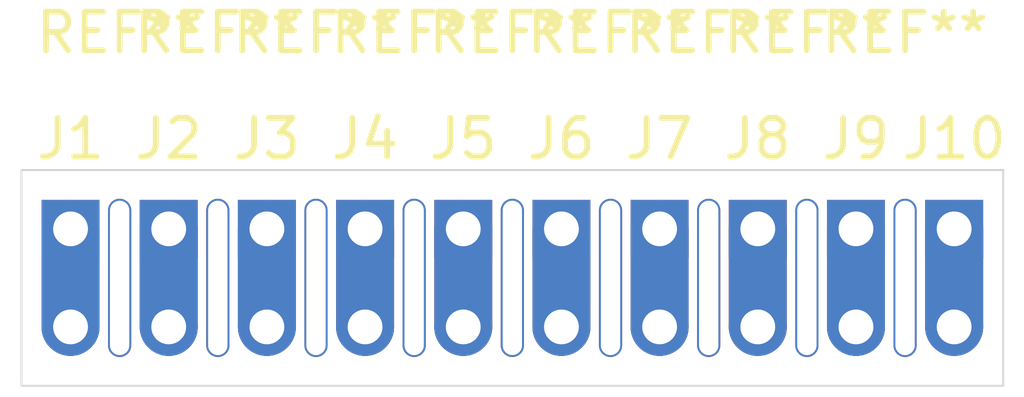
<source format=kicad_pcb>
(kicad_pcb (version 20171130) (host pcbnew "(5.1.6)-1")

  (general
    (thickness 1.6)
    (drawings 4)
    (tracks 20)
    (zones 0)
    (modules 19)
    (nets 11)
  )

  (page A4)
  (layers
    (0 F.Cu signal)
    (31 B.Cu signal)
    (32 B.Adhes user)
    (33 F.Adhes user)
    (34 B.Paste user)
    (35 F.Paste user)
    (36 B.SilkS user)
    (37 F.SilkS user)
    (38 B.Mask user)
    (39 F.Mask user)
    (40 Dwgs.User user)
    (41 Cmts.User user)
    (42 Eco1.User user)
    (43 Eco2.User user)
    (44 Edge.Cuts user)
    (45 Margin user)
    (46 B.CrtYd user)
    (47 F.CrtYd user)
    (48 B.Fab user)
    (49 F.Fab user hide)
  )

  (setup
    (last_trace_width 1.5)
    (user_trace_width 1.5)
    (trace_clearance 0.2)
    (zone_clearance 0.508)
    (zone_45_only no)
    (trace_min 0.2)
    (via_size 0.8)
    (via_drill 0.4)
    (via_min_size 0.4)
    (via_min_drill 0.3)
    (uvia_size 0.3)
    (uvia_drill 0.1)
    (uvias_allowed no)
    (uvia_min_size 0.2)
    (uvia_min_drill 0.1)
    (edge_width 0.05)
    (segment_width 0.2)
    (pcb_text_width 0.3)
    (pcb_text_size 1.5 1.5)
    (mod_edge_width 0.12)
    (mod_text_size 1 1)
    (mod_text_width 0.15)
    (pad_size 0.6 4.1)
    (pad_drill 0.5)
    (pad_to_mask_clearance 0.05)
    (aux_axis_origin 0 0)
    (visible_elements 7FFFFFFF)
    (pcbplotparams
      (layerselection 0x010fc_ffffffff)
      (usegerberextensions false)
      (usegerberattributes true)
      (usegerberadvancedattributes true)
      (creategerberjobfile true)
      (excludeedgelayer true)
      (linewidth 0.100000)
      (plotframeref false)
      (viasonmask false)
      (mode 1)
      (useauxorigin false)
      (hpglpennumber 1)
      (hpglpenspeed 20)
      (hpglpendiameter 15.000000)
      (psnegative false)
      (psa4output false)
      (plotreference true)
      (plotvalue true)
      (plotinvisibletext false)
      (padsonsilk false)
      (subtractmaskfromsilk false)
      (outputformat 1)
      (mirror false)
      (drillshape 1)
      (scaleselection 1)
      (outputdirectory ""))
  )

  (net 0 "")
  (net 1 "Net-(J1-Pad1)")
  (net 2 "Net-(J2-Pad1)")
  (net 3 "Net-(J3-Pad1)")
  (net 4 "Net-(J4-Pad1)")
  (net 5 "Net-(J5-Pad1)")
  (net 6 "Net-(J6-Pad1)")
  (net 7 "Net-(J7-Pad1)")
  (net 8 "Net-(J8-Pad1)")
  (net 9 "Net-(J9-Pad1)")
  (net 10 "Net-(J10-Pad1)")

  (net_class Default "This is the default net class."
    (clearance 0.2)
    (trace_width 0.25)
    (via_dia 0.8)
    (via_drill 0.4)
    (uvia_dia 0.3)
    (uvia_drill 0.1)
    (add_net "Net-(J1-Pad1)")
    (add_net "Net-(J10-Pad1)")
    (add_net "Net-(J2-Pad1)")
    (add_net "Net-(J3-Pad1)")
    (add_net "Net-(J4-Pad1)")
    (add_net "Net-(J5-Pad1)")
    (add_net "Net-(J6-Pad1)")
    (add_net "Net-(J7-Pad1)")
    (add_net "Net-(J8-Pad1)")
    (add_net "Net-(J9-Pad1)")
  )

  (module Connector_Wire:SolderWire-0.1sqmm_1x01_D0.4mm_OD1mm (layer F.Cu) (tedit 603C4B70) (tstamp 603CA921)
    (at 158.75 85.09)
    (descr "Soldered wire connection, for a single 0.1 mm² wire, basic insulation, conductor diameter 0.4mm, outer diameter 1mm, size source Multi-Contact FLEXI-E 0.1 (https://ec.staubli.com/AcroFiles/Catalogues/TM_Cab-Main-11014119_(en)_hi.pdf), bend radius 3 times outer diameter, generated with kicad-footprint-generator")
    (tags "connector wire 0.1sqmm")
    (attr virtual)
    (fp_text reference REF** (at 0 -6.35) (layer F.SilkS)
      (effects (font (size 1 1) (thickness 0.15)))
    )
    (fp_text value SolderWire-0.1sqmm_1x01_D0.4mm_OD1mm (at 0 2) (layer F.Fab)
      (effects (font (size 1 1) (thickness 0.15)))
    )
    (fp_line (start 1.3 -1.3) (end -1.3 -1.3) (layer F.CrtYd) (width 0.05))
    (fp_line (start 1.3 1.3) (end 1.3 -1.3) (layer F.CrtYd) (width 0.05))
    (fp_line (start -1.3 1.3) (end 1.3 1.3) (layer F.CrtYd) (width 0.05))
    (fp_line (start -1.3 -1.3) (end -1.3 1.3) (layer F.CrtYd) (width 0.05))
    (fp_circle (center 0 0) (end 0.5 0) (layer F.Fab) (width 0.1))
    (fp_text user %R (at 0 0) (layer F.Fab)
      (effects (font (size 0.25 0.25) (thickness 0.04)))
    )
    (pad 1 thru_hole oval (at 0 0) (size 0.6 4.1) (drill oval 0.5 4) (layers *.Cu *.Mask))
    (model ${KISYS3DMOD}/Connector_Wire.3dshapes/SolderWire-0.1sqmm_1x01_D0.4mm_OD1mm.wrl
      (at (xyz 0 0 0))
      (scale (xyz 1 1 1))
      (rotate (xyz 0 0 0))
    )
  )

  (module Connector_Wire:SolderWire-0.1sqmm_1x01_D0.4mm_OD1mm (layer F.Cu) (tedit 603C4B70) (tstamp 603CA90D)
    (at 156.21 85.09)
    (descr "Soldered wire connection, for a single 0.1 mm² wire, basic insulation, conductor diameter 0.4mm, outer diameter 1mm, size source Multi-Contact FLEXI-E 0.1 (https://ec.staubli.com/AcroFiles/Catalogues/TM_Cab-Main-11014119_(en)_hi.pdf), bend radius 3 times outer diameter, generated with kicad-footprint-generator")
    (tags "connector wire 0.1sqmm")
    (attr virtual)
    (fp_text reference REF** (at 0 -6.35) (layer F.SilkS)
      (effects (font (size 1 1) (thickness 0.15)))
    )
    (fp_text value SolderWire-0.1sqmm_1x01_D0.4mm_OD1mm (at 0 2) (layer F.Fab)
      (effects (font (size 1 1) (thickness 0.15)))
    )
    (fp_line (start 1.3 -1.3) (end -1.3 -1.3) (layer F.CrtYd) (width 0.05))
    (fp_line (start 1.3 1.3) (end 1.3 -1.3) (layer F.CrtYd) (width 0.05))
    (fp_line (start -1.3 1.3) (end 1.3 1.3) (layer F.CrtYd) (width 0.05))
    (fp_line (start -1.3 -1.3) (end -1.3 1.3) (layer F.CrtYd) (width 0.05))
    (fp_circle (center 0 0) (end 0.5 0) (layer F.Fab) (width 0.1))
    (fp_text user %R (at 0 0) (layer F.Fab)
      (effects (font (size 0.25 0.25) (thickness 0.04)))
    )
    (pad 1 thru_hole oval (at 0 0) (size 0.6 4.1) (drill oval 0.5 4) (layers *.Cu *.Mask))
    (model ${KISYS3DMOD}/Connector_Wire.3dshapes/SolderWire-0.1sqmm_1x01_D0.4mm_OD1mm.wrl
      (at (xyz 0 0 0))
      (scale (xyz 1 1 1))
      (rotate (xyz 0 0 0))
    )
  )

  (module Connector_Wire:SolderWire-0.1sqmm_1x01_D0.4mm_OD1mm (layer F.Cu) (tedit 603C4B70) (tstamp 603CA8F9)
    (at 153.67 85.09)
    (descr "Soldered wire connection, for a single 0.1 mm² wire, basic insulation, conductor diameter 0.4mm, outer diameter 1mm, size source Multi-Contact FLEXI-E 0.1 (https://ec.staubli.com/AcroFiles/Catalogues/TM_Cab-Main-11014119_(en)_hi.pdf), bend radius 3 times outer diameter, generated with kicad-footprint-generator")
    (tags "connector wire 0.1sqmm")
    (attr virtual)
    (fp_text reference REF** (at 0 -6.35) (layer F.SilkS)
      (effects (font (size 1 1) (thickness 0.15)))
    )
    (fp_text value SolderWire-0.1sqmm_1x01_D0.4mm_OD1mm (at 0 2) (layer F.Fab)
      (effects (font (size 1 1) (thickness 0.15)))
    )
    (fp_line (start 1.3 -1.3) (end -1.3 -1.3) (layer F.CrtYd) (width 0.05))
    (fp_line (start 1.3 1.3) (end 1.3 -1.3) (layer F.CrtYd) (width 0.05))
    (fp_line (start -1.3 1.3) (end 1.3 1.3) (layer F.CrtYd) (width 0.05))
    (fp_line (start -1.3 -1.3) (end -1.3 1.3) (layer F.CrtYd) (width 0.05))
    (fp_circle (center 0 0) (end 0.5 0) (layer F.Fab) (width 0.1))
    (fp_text user %R (at 0 0) (layer F.Fab)
      (effects (font (size 0.25 0.25) (thickness 0.04)))
    )
    (pad 1 thru_hole oval (at 0 0) (size 0.6 4.1) (drill oval 0.5 4) (layers *.Cu *.Mask))
    (model ${KISYS3DMOD}/Connector_Wire.3dshapes/SolderWire-0.1sqmm_1x01_D0.4mm_OD1mm.wrl
      (at (xyz 0 0 0))
      (scale (xyz 1 1 1))
      (rotate (xyz 0 0 0))
    )
  )

  (module Connector_Wire:SolderWire-0.1sqmm_1x01_D0.4mm_OD1mm (layer F.Cu) (tedit 603C4B70) (tstamp 603CA8E5)
    (at 151.13 85.09)
    (descr "Soldered wire connection, for a single 0.1 mm² wire, basic insulation, conductor diameter 0.4mm, outer diameter 1mm, size source Multi-Contact FLEXI-E 0.1 (https://ec.staubli.com/AcroFiles/Catalogues/TM_Cab-Main-11014119_(en)_hi.pdf), bend radius 3 times outer diameter, generated with kicad-footprint-generator")
    (tags "connector wire 0.1sqmm")
    (attr virtual)
    (fp_text reference REF** (at 0 -6.35) (layer F.SilkS)
      (effects (font (size 1 1) (thickness 0.15)))
    )
    (fp_text value SolderWire-0.1sqmm_1x01_D0.4mm_OD1mm (at 0 2) (layer F.Fab)
      (effects (font (size 1 1) (thickness 0.15)))
    )
    (fp_line (start 1.3 -1.3) (end -1.3 -1.3) (layer F.CrtYd) (width 0.05))
    (fp_line (start 1.3 1.3) (end 1.3 -1.3) (layer F.CrtYd) (width 0.05))
    (fp_line (start -1.3 1.3) (end 1.3 1.3) (layer F.CrtYd) (width 0.05))
    (fp_line (start -1.3 -1.3) (end -1.3 1.3) (layer F.CrtYd) (width 0.05))
    (fp_circle (center 0 0) (end 0.5 0) (layer F.Fab) (width 0.1))
    (fp_text user %R (at 0 0) (layer F.Fab)
      (effects (font (size 0.25 0.25) (thickness 0.04)))
    )
    (pad 1 thru_hole oval (at 0 0) (size 0.6 4.1) (drill oval 0.5 4) (layers *.Cu *.Mask))
    (model ${KISYS3DMOD}/Connector_Wire.3dshapes/SolderWire-0.1sqmm_1x01_D0.4mm_OD1mm.wrl
      (at (xyz 0 0 0))
      (scale (xyz 1 1 1))
      (rotate (xyz 0 0 0))
    )
  )

  (module Connector_Wire:SolderWire-0.1sqmm_1x01_D0.4mm_OD1mm (layer F.Cu) (tedit 603C4B70) (tstamp 603CA8D1)
    (at 148.59 85.09)
    (descr "Soldered wire connection, for a single 0.1 mm² wire, basic insulation, conductor diameter 0.4mm, outer diameter 1mm, size source Multi-Contact FLEXI-E 0.1 (https://ec.staubli.com/AcroFiles/Catalogues/TM_Cab-Main-11014119_(en)_hi.pdf), bend radius 3 times outer diameter, generated with kicad-footprint-generator")
    (tags "connector wire 0.1sqmm")
    (attr virtual)
    (fp_text reference REF** (at 0 -6.35) (layer F.SilkS)
      (effects (font (size 1 1) (thickness 0.15)))
    )
    (fp_text value SolderWire-0.1sqmm_1x01_D0.4mm_OD1mm (at 0 2) (layer F.Fab)
      (effects (font (size 1 1) (thickness 0.15)))
    )
    (fp_line (start 1.3 -1.3) (end -1.3 -1.3) (layer F.CrtYd) (width 0.05))
    (fp_line (start 1.3 1.3) (end 1.3 -1.3) (layer F.CrtYd) (width 0.05))
    (fp_line (start -1.3 1.3) (end 1.3 1.3) (layer F.CrtYd) (width 0.05))
    (fp_line (start -1.3 -1.3) (end -1.3 1.3) (layer F.CrtYd) (width 0.05))
    (fp_circle (center 0 0) (end 0.5 0) (layer F.Fab) (width 0.1))
    (fp_text user %R (at 0 0) (layer F.Fab)
      (effects (font (size 0.25 0.25) (thickness 0.04)))
    )
    (pad 1 thru_hole oval (at 0 0) (size 0.6 4.1) (drill oval 0.5 4) (layers *.Cu *.Mask))
    (model ${KISYS3DMOD}/Connector_Wire.3dshapes/SolderWire-0.1sqmm_1x01_D0.4mm_OD1mm.wrl
      (at (xyz 0 0 0))
      (scale (xyz 1 1 1))
      (rotate (xyz 0 0 0))
    )
  )

  (module Connector_Wire:SolderWire-0.1sqmm_1x01_D0.4mm_OD1mm (layer F.Cu) (tedit 603C4B70) (tstamp 603CA8BD)
    (at 146.05 85.09)
    (descr "Soldered wire connection, for a single 0.1 mm² wire, basic insulation, conductor diameter 0.4mm, outer diameter 1mm, size source Multi-Contact FLEXI-E 0.1 (https://ec.staubli.com/AcroFiles/Catalogues/TM_Cab-Main-11014119_(en)_hi.pdf), bend radius 3 times outer diameter, generated with kicad-footprint-generator")
    (tags "connector wire 0.1sqmm")
    (attr virtual)
    (fp_text reference REF** (at 0 -6.35) (layer F.SilkS)
      (effects (font (size 1 1) (thickness 0.15)))
    )
    (fp_text value SolderWire-0.1sqmm_1x01_D0.4mm_OD1mm (at 0 2) (layer F.Fab)
      (effects (font (size 1 1) (thickness 0.15)))
    )
    (fp_line (start 1.3 -1.3) (end -1.3 -1.3) (layer F.CrtYd) (width 0.05))
    (fp_line (start 1.3 1.3) (end 1.3 -1.3) (layer F.CrtYd) (width 0.05))
    (fp_line (start -1.3 1.3) (end 1.3 1.3) (layer F.CrtYd) (width 0.05))
    (fp_line (start -1.3 -1.3) (end -1.3 1.3) (layer F.CrtYd) (width 0.05))
    (fp_circle (center 0 0) (end 0.5 0) (layer F.Fab) (width 0.1))
    (fp_text user %R (at 0 0) (layer F.Fab)
      (effects (font (size 0.25 0.25) (thickness 0.04)))
    )
    (pad 1 thru_hole oval (at 0 0) (size 0.6 4.1) (drill oval 0.5 4) (layers *.Cu *.Mask))
    (model ${KISYS3DMOD}/Connector_Wire.3dshapes/SolderWire-0.1sqmm_1x01_D0.4mm_OD1mm.wrl
      (at (xyz 0 0 0))
      (scale (xyz 1 1 1))
      (rotate (xyz 0 0 0))
    )
  )

  (module Connector_Wire:SolderWire-0.1sqmm_1x01_D0.4mm_OD1mm (layer F.Cu) (tedit 603C4B70) (tstamp 603CA8A9)
    (at 143.51 85.09)
    (descr "Soldered wire connection, for a single 0.1 mm² wire, basic insulation, conductor diameter 0.4mm, outer diameter 1mm, size source Multi-Contact FLEXI-E 0.1 (https://ec.staubli.com/AcroFiles/Catalogues/TM_Cab-Main-11014119_(en)_hi.pdf), bend radius 3 times outer diameter, generated with kicad-footprint-generator")
    (tags "connector wire 0.1sqmm")
    (attr virtual)
    (fp_text reference REF** (at 0 -6.35) (layer F.SilkS)
      (effects (font (size 1 1) (thickness 0.15)))
    )
    (fp_text value SolderWire-0.1sqmm_1x01_D0.4mm_OD1mm (at 0 2) (layer F.Fab)
      (effects (font (size 1 1) (thickness 0.15)))
    )
    (fp_line (start 1.3 -1.3) (end -1.3 -1.3) (layer F.CrtYd) (width 0.05))
    (fp_line (start 1.3 1.3) (end 1.3 -1.3) (layer F.CrtYd) (width 0.05))
    (fp_line (start -1.3 1.3) (end 1.3 1.3) (layer F.CrtYd) (width 0.05))
    (fp_line (start -1.3 -1.3) (end -1.3 1.3) (layer F.CrtYd) (width 0.05))
    (fp_circle (center 0 0) (end 0.5 0) (layer F.Fab) (width 0.1))
    (fp_text user %R (at 0 0) (layer F.Fab)
      (effects (font (size 0.25 0.25) (thickness 0.04)))
    )
    (pad 1 thru_hole oval (at 0 0) (size 0.6 4.1) (drill oval 0.5 4) (layers *.Cu *.Mask))
    (model ${KISYS3DMOD}/Connector_Wire.3dshapes/SolderWire-0.1sqmm_1x01_D0.4mm_OD1mm.wrl
      (at (xyz 0 0 0))
      (scale (xyz 1 1 1))
      (rotate (xyz 0 0 0))
    )
  )

  (module Connector_Wire:SolderWire-0.1sqmm_1x01_D0.4mm_OD1mm (layer F.Cu) (tedit 603C4B70) (tstamp 603CA895)
    (at 140.97 85.09)
    (descr "Soldered wire connection, for a single 0.1 mm² wire, basic insulation, conductor diameter 0.4mm, outer diameter 1mm, size source Multi-Contact FLEXI-E 0.1 (https://ec.staubli.com/AcroFiles/Catalogues/TM_Cab-Main-11014119_(en)_hi.pdf), bend radius 3 times outer diameter, generated with kicad-footprint-generator")
    (tags "connector wire 0.1sqmm")
    (attr virtual)
    (fp_text reference REF** (at 0 -6.35) (layer F.SilkS)
      (effects (font (size 1 1) (thickness 0.15)))
    )
    (fp_text value SolderWire-0.1sqmm_1x01_D0.4mm_OD1mm (at 0 2) (layer F.Fab)
      (effects (font (size 1 1) (thickness 0.15)))
    )
    (fp_line (start 1.3 -1.3) (end -1.3 -1.3) (layer F.CrtYd) (width 0.05))
    (fp_line (start 1.3 1.3) (end 1.3 -1.3) (layer F.CrtYd) (width 0.05))
    (fp_line (start -1.3 1.3) (end 1.3 1.3) (layer F.CrtYd) (width 0.05))
    (fp_line (start -1.3 -1.3) (end -1.3 1.3) (layer F.CrtYd) (width 0.05))
    (fp_circle (center 0 0) (end 0.5 0) (layer F.Fab) (width 0.1))
    (fp_text user %R (at 0 0) (layer F.Fab)
      (effects (font (size 0.25 0.25) (thickness 0.04)))
    )
    (pad 1 thru_hole oval (at 0 0) (size 0.6 4.1) (drill oval 0.5 4) (layers *.Cu *.Mask))
    (model ${KISYS3DMOD}/Connector_Wire.3dshapes/SolderWire-0.1sqmm_1x01_D0.4mm_OD1mm.wrl
      (at (xyz 0 0 0))
      (scale (xyz 1 1 1))
      (rotate (xyz 0 0 0))
    )
  )

  (module Connector_Wire:SolderWire-0.1sqmm_1x01_D0.4mm_OD1mm (layer F.Cu) (tedit 603C4B70) (tstamp 603CA511)
    (at 138.43 85.09)
    (descr "Soldered wire connection, for a single 0.1 mm² wire, basic insulation, conductor diameter 0.4mm, outer diameter 1mm, size source Multi-Contact FLEXI-E 0.1 (https://ec.staubli.com/AcroFiles/Catalogues/TM_Cab-Main-11014119_(en)_hi.pdf), bend radius 3 times outer diameter, generated with kicad-footprint-generator")
    (tags "connector wire 0.1sqmm")
    (attr virtual)
    (fp_text reference REF** (at 0 -6.35) (layer F.SilkS)
      (effects (font (size 1 1) (thickness 0.15)))
    )
    (fp_text value SolderWire-0.1sqmm_1x01_D0.4mm_OD1mm (at 0 2) (layer F.Fab)
      (effects (font (size 1 1) (thickness 0.15)))
    )
    (fp_circle (center 0 0) (end 0.5 0) (layer F.Fab) (width 0.1))
    (fp_line (start -1.3 -1.3) (end -1.3 1.3) (layer F.CrtYd) (width 0.05))
    (fp_line (start -1.3 1.3) (end 1.3 1.3) (layer F.CrtYd) (width 0.05))
    (fp_line (start 1.3 1.3) (end 1.3 -1.3) (layer F.CrtYd) (width 0.05))
    (fp_line (start 1.3 -1.3) (end -1.3 -1.3) (layer F.CrtYd) (width 0.05))
    (fp_text user %R (at 0 0) (layer F.Fab)
      (effects (font (size 0.25 0.25) (thickness 0.04)))
    )
    (pad 1 thru_hole oval (at 0 0) (size 0.6 4.1) (drill oval 0.5 4) (layers *.Cu *.Mask))
    (model ${KISYS3DMOD}/Connector_Wire.3dshapes/SolderWire-0.1sqmm_1x01_D0.4mm_OD1mm.wrl
      (at (xyz 0 0 0))
      (scale (xyz 1 1 1))
      (rotate (xyz 0 0 0))
    )
  )

  (module Connector_PinHeader_2.54mm:PinHeader_1x02_P2.54mm_Vertical_compact (layer F.Cu) (tedit 603C4875) (tstamp 603CA19C)
    (at 160.02 83.82)
    (descr "Through hole straight pin header, 1x02, 2.54mm pitch, single row")
    (tags "Through hole pin header THT 1x02 2.54mm single row")
    (path /603C602C)
    (fp_text reference J10 (at 0 -2.33) (layer F.SilkS)
      (effects (font (size 1 1) (thickness 0.15)))
    )
    (fp_text value Conn_01x02 (at 0 4.87) (layer F.Fab)
      (effects (font (size 1 1) (thickness 0.15)))
    )
    (fp_line (start -0.635 -1.27) (end 1.27 -1.27) (layer F.Fab) (width 0.1))
    (fp_line (start 1.27 -1.27) (end 1.27 3.81) (layer F.Fab) (width 0.1))
    (fp_line (start 1.27 3.81) (end -1.27 3.81) (layer F.Fab) (width 0.1))
    (fp_line (start -1.27 3.81) (end -1.27 -0.635) (layer F.Fab) (width 0.1))
    (fp_line (start -1.27 -0.635) (end -0.635 -1.27) (layer F.Fab) (width 0.1))
    (fp_line (start -1.8 -1.8) (end -1.8 4.35) (layer F.CrtYd) (width 0.05))
    (fp_line (start -1.8 4.35) (end 1.8 4.35) (layer F.CrtYd) (width 0.05))
    (fp_line (start 1.8 4.35) (end 1.8 -1.8) (layer F.CrtYd) (width 0.05))
    (fp_line (start 1.8 -1.8) (end -1.8 -1.8) (layer F.CrtYd) (width 0.05))
    (fp_text user %R (at 0 1.27 90) (layer F.Fab)
      (effects (font (size 1 1) (thickness 0.15)))
    )
    (pad 2 thru_hole circle (at 0 2.54) (size 1.5 1.5) (drill 0.9) (layers *.Cu *.Mask)
      (net 10 "Net-(J10-Pad1)"))
    (pad 1 thru_hole rect (at 0 0) (size 1.5 1.5) (drill 0.9) (layers *.Cu *.Mask)
      (net 10 "Net-(J10-Pad1)"))
    (model ${KISYS3DMOD}/Connector_PinHeader_2.54mm.3dshapes/PinHeader_1x02_P2.54mm_Vertical.wrl
      (at (xyz 0 0 0))
      (scale (xyz 1 1 1))
      (rotate (xyz 0 0 0))
    )
  )

  (module Connector_PinHeader_2.54mm:PinHeader_1x02_P2.54mm_Vertical_compact (layer F.Cu) (tedit 603C4875) (tstamp 603CA18C)
    (at 157.48 83.82)
    (descr "Through hole straight pin header, 1x02, 2.54mm pitch, single row")
    (tags "Through hole pin header THT 1x02 2.54mm single row")
    (path /603C6025)
    (fp_text reference J9 (at 0 -2.33) (layer F.SilkS)
      (effects (font (size 1 1) (thickness 0.15)))
    )
    (fp_text value Conn_01x02 (at 0 4.87) (layer F.Fab)
      (effects (font (size 1 1) (thickness 0.15)))
    )
    (fp_line (start -0.635 -1.27) (end 1.27 -1.27) (layer F.Fab) (width 0.1))
    (fp_line (start 1.27 -1.27) (end 1.27 3.81) (layer F.Fab) (width 0.1))
    (fp_line (start 1.27 3.81) (end -1.27 3.81) (layer F.Fab) (width 0.1))
    (fp_line (start -1.27 3.81) (end -1.27 -0.635) (layer F.Fab) (width 0.1))
    (fp_line (start -1.27 -0.635) (end -0.635 -1.27) (layer F.Fab) (width 0.1))
    (fp_line (start -1.8 -1.8) (end -1.8 4.35) (layer F.CrtYd) (width 0.05))
    (fp_line (start -1.8 4.35) (end 1.8 4.35) (layer F.CrtYd) (width 0.05))
    (fp_line (start 1.8 4.35) (end 1.8 -1.8) (layer F.CrtYd) (width 0.05))
    (fp_line (start 1.8 -1.8) (end -1.8 -1.8) (layer F.CrtYd) (width 0.05))
    (fp_text user %R (at 0 1.27 90) (layer F.Fab)
      (effects (font (size 1 1) (thickness 0.15)))
    )
    (pad 2 thru_hole circle (at 0 2.54) (size 1.5 1.5) (drill 0.9) (layers *.Cu *.Mask)
      (net 9 "Net-(J9-Pad1)"))
    (pad 1 thru_hole rect (at 0 0) (size 1.5 1.5) (drill 0.9) (layers *.Cu *.Mask)
      (net 9 "Net-(J9-Pad1)"))
    (model ${KISYS3DMOD}/Connector_PinHeader_2.54mm.3dshapes/PinHeader_1x02_P2.54mm_Vertical.wrl
      (at (xyz 0 0 0))
      (scale (xyz 1 1 1))
      (rotate (xyz 0 0 0))
    )
  )

  (module Connector_PinHeader_2.54mm:PinHeader_1x02_P2.54mm_Vertical_compact (layer F.Cu) (tedit 603C4875) (tstamp 603CA17C)
    (at 154.94 83.82)
    (descr "Through hole straight pin header, 1x02, 2.54mm pitch, single row")
    (tags "Through hole pin header THT 1x02 2.54mm single row")
    (path /603C5414)
    (fp_text reference J8 (at 0 -2.33) (layer F.SilkS)
      (effects (font (size 1 1) (thickness 0.15)))
    )
    (fp_text value Conn_01x02 (at 0 4.87) (layer F.Fab)
      (effects (font (size 1 1) (thickness 0.15)))
    )
    (fp_line (start -0.635 -1.27) (end 1.27 -1.27) (layer F.Fab) (width 0.1))
    (fp_line (start 1.27 -1.27) (end 1.27 3.81) (layer F.Fab) (width 0.1))
    (fp_line (start 1.27 3.81) (end -1.27 3.81) (layer F.Fab) (width 0.1))
    (fp_line (start -1.27 3.81) (end -1.27 -0.635) (layer F.Fab) (width 0.1))
    (fp_line (start -1.27 -0.635) (end -0.635 -1.27) (layer F.Fab) (width 0.1))
    (fp_line (start -1.8 -1.8) (end -1.8 4.35) (layer F.CrtYd) (width 0.05))
    (fp_line (start -1.8 4.35) (end 1.8 4.35) (layer F.CrtYd) (width 0.05))
    (fp_line (start 1.8 4.35) (end 1.8 -1.8) (layer F.CrtYd) (width 0.05))
    (fp_line (start 1.8 -1.8) (end -1.8 -1.8) (layer F.CrtYd) (width 0.05))
    (fp_text user %R (at 0 1.27 90) (layer F.Fab)
      (effects (font (size 1 1) (thickness 0.15)))
    )
    (pad 2 thru_hole circle (at 0 2.54) (size 1.5 1.5) (drill 0.9) (layers *.Cu *.Mask)
      (net 8 "Net-(J8-Pad1)"))
    (pad 1 thru_hole rect (at 0 0) (size 1.5 1.5) (drill 0.9) (layers *.Cu *.Mask)
      (net 8 "Net-(J8-Pad1)"))
    (model ${KISYS3DMOD}/Connector_PinHeader_2.54mm.3dshapes/PinHeader_1x02_P2.54mm_Vertical.wrl
      (at (xyz 0 0 0))
      (scale (xyz 1 1 1))
      (rotate (xyz 0 0 0))
    )
  )

  (module Connector_PinHeader_2.54mm:PinHeader_1x02_P2.54mm_Vertical_compact (layer F.Cu) (tedit 603C4875) (tstamp 603CA16C)
    (at 152.4 83.82)
    (descr "Through hole straight pin header, 1x02, 2.54mm pitch, single row")
    (tags "Through hole pin header THT 1x02 2.54mm single row")
    (path /603C540D)
    (fp_text reference J7 (at 0 -2.33) (layer F.SilkS)
      (effects (font (size 1 1) (thickness 0.15)))
    )
    (fp_text value Conn_01x02 (at 0 4.87) (layer F.Fab)
      (effects (font (size 1 1) (thickness 0.15)))
    )
    (fp_line (start -0.635 -1.27) (end 1.27 -1.27) (layer F.Fab) (width 0.1))
    (fp_line (start 1.27 -1.27) (end 1.27 3.81) (layer F.Fab) (width 0.1))
    (fp_line (start 1.27 3.81) (end -1.27 3.81) (layer F.Fab) (width 0.1))
    (fp_line (start -1.27 3.81) (end -1.27 -0.635) (layer F.Fab) (width 0.1))
    (fp_line (start -1.27 -0.635) (end -0.635 -1.27) (layer F.Fab) (width 0.1))
    (fp_line (start -1.8 -1.8) (end -1.8 4.35) (layer F.CrtYd) (width 0.05))
    (fp_line (start -1.8 4.35) (end 1.8 4.35) (layer F.CrtYd) (width 0.05))
    (fp_line (start 1.8 4.35) (end 1.8 -1.8) (layer F.CrtYd) (width 0.05))
    (fp_line (start 1.8 -1.8) (end -1.8 -1.8) (layer F.CrtYd) (width 0.05))
    (fp_text user %R (at 0 1.27 90) (layer F.Fab)
      (effects (font (size 1 1) (thickness 0.15)))
    )
    (pad 2 thru_hole circle (at 0 2.54) (size 1.5 1.5) (drill 0.9) (layers *.Cu *.Mask)
      (net 7 "Net-(J7-Pad1)"))
    (pad 1 thru_hole rect (at 0 0) (size 1.5 1.5) (drill 0.9) (layers *.Cu *.Mask)
      (net 7 "Net-(J7-Pad1)"))
    (model ${KISYS3DMOD}/Connector_PinHeader_2.54mm.3dshapes/PinHeader_1x02_P2.54mm_Vertical.wrl
      (at (xyz 0 0 0))
      (scale (xyz 1 1 1))
      (rotate (xyz 0 0 0))
    )
  )

  (module Connector_PinHeader_2.54mm:PinHeader_1x02_P2.54mm_Vertical_compact (layer F.Cu) (tedit 603C4875) (tstamp 603CA15C)
    (at 149.86 83.82)
    (descr "Through hole straight pin header, 1x02, 2.54mm pitch, single row")
    (tags "Through hole pin header THT 1x02 2.54mm single row")
    (path /603C5406)
    (fp_text reference J6 (at 0 -2.33) (layer F.SilkS)
      (effects (font (size 1 1) (thickness 0.15)))
    )
    (fp_text value Conn_01x02 (at 0 4.87) (layer F.Fab)
      (effects (font (size 1 1) (thickness 0.15)))
    )
    (fp_line (start -0.635 -1.27) (end 1.27 -1.27) (layer F.Fab) (width 0.1))
    (fp_line (start 1.27 -1.27) (end 1.27 3.81) (layer F.Fab) (width 0.1))
    (fp_line (start 1.27 3.81) (end -1.27 3.81) (layer F.Fab) (width 0.1))
    (fp_line (start -1.27 3.81) (end -1.27 -0.635) (layer F.Fab) (width 0.1))
    (fp_line (start -1.27 -0.635) (end -0.635 -1.27) (layer F.Fab) (width 0.1))
    (fp_line (start -1.8 -1.8) (end -1.8 4.35) (layer F.CrtYd) (width 0.05))
    (fp_line (start -1.8 4.35) (end 1.8 4.35) (layer F.CrtYd) (width 0.05))
    (fp_line (start 1.8 4.35) (end 1.8 -1.8) (layer F.CrtYd) (width 0.05))
    (fp_line (start 1.8 -1.8) (end -1.8 -1.8) (layer F.CrtYd) (width 0.05))
    (fp_text user %R (at 0 1.27 90) (layer F.Fab)
      (effects (font (size 1 1) (thickness 0.15)))
    )
    (pad 2 thru_hole circle (at 0 2.54) (size 1.5 1.5) (drill 0.9) (layers *.Cu *.Mask)
      (net 6 "Net-(J6-Pad1)"))
    (pad 1 thru_hole rect (at 0 0) (size 1.5 1.5) (drill 0.9) (layers *.Cu *.Mask)
      (net 6 "Net-(J6-Pad1)"))
    (model ${KISYS3DMOD}/Connector_PinHeader_2.54mm.3dshapes/PinHeader_1x02_P2.54mm_Vertical.wrl
      (at (xyz 0 0 0))
      (scale (xyz 1 1 1))
      (rotate (xyz 0 0 0))
    )
  )

  (module Connector_PinHeader_2.54mm:PinHeader_1x02_P2.54mm_Vertical_compact (layer F.Cu) (tedit 603C4875) (tstamp 603CA14C)
    (at 147.32 83.82)
    (descr "Through hole straight pin header, 1x02, 2.54mm pitch, single row")
    (tags "Through hole pin header THT 1x02 2.54mm single row")
    (path /603C53FF)
    (fp_text reference J5 (at 0 -2.33) (layer F.SilkS)
      (effects (font (size 1 1) (thickness 0.15)))
    )
    (fp_text value Conn_01x02 (at 0 4.87) (layer F.Fab)
      (effects (font (size 1 1) (thickness 0.15)))
    )
    (fp_line (start -0.635 -1.27) (end 1.27 -1.27) (layer F.Fab) (width 0.1))
    (fp_line (start 1.27 -1.27) (end 1.27 3.81) (layer F.Fab) (width 0.1))
    (fp_line (start 1.27 3.81) (end -1.27 3.81) (layer F.Fab) (width 0.1))
    (fp_line (start -1.27 3.81) (end -1.27 -0.635) (layer F.Fab) (width 0.1))
    (fp_line (start -1.27 -0.635) (end -0.635 -1.27) (layer F.Fab) (width 0.1))
    (fp_line (start -1.8 -1.8) (end -1.8 4.35) (layer F.CrtYd) (width 0.05))
    (fp_line (start -1.8 4.35) (end 1.8 4.35) (layer F.CrtYd) (width 0.05))
    (fp_line (start 1.8 4.35) (end 1.8 -1.8) (layer F.CrtYd) (width 0.05))
    (fp_line (start 1.8 -1.8) (end -1.8 -1.8) (layer F.CrtYd) (width 0.05))
    (fp_text user %R (at 0 1.27 90) (layer F.Fab)
      (effects (font (size 1 1) (thickness 0.15)))
    )
    (pad 2 thru_hole circle (at 0 2.54) (size 1.5 1.5) (drill 0.9) (layers *.Cu *.Mask)
      (net 5 "Net-(J5-Pad1)"))
    (pad 1 thru_hole rect (at 0 0) (size 1.5 1.5) (drill 0.9) (layers *.Cu *.Mask)
      (net 5 "Net-(J5-Pad1)"))
    (model ${KISYS3DMOD}/Connector_PinHeader_2.54mm.3dshapes/PinHeader_1x02_P2.54mm_Vertical.wrl
      (at (xyz 0 0 0))
      (scale (xyz 1 1 1))
      (rotate (xyz 0 0 0))
    )
  )

  (module Connector_PinHeader_2.54mm:PinHeader_1x02_P2.54mm_Vertical_compact (layer F.Cu) (tedit 603C4875) (tstamp 603CA13C)
    (at 144.78 83.82)
    (descr "Through hole straight pin header, 1x02, 2.54mm pitch, single row")
    (tags "Through hole pin header THT 1x02 2.54mm single row")
    (path /603C4AB4)
    (fp_text reference J4 (at 0 -2.33) (layer F.SilkS)
      (effects (font (size 1 1) (thickness 0.15)))
    )
    (fp_text value Conn_01x02 (at 0 4.87) (layer F.Fab)
      (effects (font (size 1 1) (thickness 0.15)))
    )
    (fp_line (start -0.635 -1.27) (end 1.27 -1.27) (layer F.Fab) (width 0.1))
    (fp_line (start 1.27 -1.27) (end 1.27 3.81) (layer F.Fab) (width 0.1))
    (fp_line (start 1.27 3.81) (end -1.27 3.81) (layer F.Fab) (width 0.1))
    (fp_line (start -1.27 3.81) (end -1.27 -0.635) (layer F.Fab) (width 0.1))
    (fp_line (start -1.27 -0.635) (end -0.635 -1.27) (layer F.Fab) (width 0.1))
    (fp_line (start -1.8 -1.8) (end -1.8 4.35) (layer F.CrtYd) (width 0.05))
    (fp_line (start -1.8 4.35) (end 1.8 4.35) (layer F.CrtYd) (width 0.05))
    (fp_line (start 1.8 4.35) (end 1.8 -1.8) (layer F.CrtYd) (width 0.05))
    (fp_line (start 1.8 -1.8) (end -1.8 -1.8) (layer F.CrtYd) (width 0.05))
    (fp_text user %R (at 0 1.27 90) (layer F.Fab)
      (effects (font (size 1 1) (thickness 0.15)))
    )
    (pad 2 thru_hole circle (at 0 2.54) (size 1.5 1.5) (drill 0.9) (layers *.Cu *.Mask)
      (net 4 "Net-(J4-Pad1)"))
    (pad 1 thru_hole rect (at 0 0) (size 1.5 1.5) (drill 0.9) (layers *.Cu *.Mask)
      (net 4 "Net-(J4-Pad1)"))
    (model ${KISYS3DMOD}/Connector_PinHeader_2.54mm.3dshapes/PinHeader_1x02_P2.54mm_Vertical.wrl
      (at (xyz 0 0 0))
      (scale (xyz 1 1 1))
      (rotate (xyz 0 0 0))
    )
  )

  (module Connector_PinHeader_2.54mm:PinHeader_1x02_P2.54mm_Vertical_compact (layer F.Cu) (tedit 603C4875) (tstamp 603CA12C)
    (at 142.24 83.82)
    (descr "Through hole straight pin header, 1x02, 2.54mm pitch, single row")
    (tags "Through hole pin header THT 1x02 2.54mm single row")
    (path /603C4AAD)
    (fp_text reference J3 (at 0 -2.33) (layer F.SilkS)
      (effects (font (size 1 1) (thickness 0.15)))
    )
    (fp_text value Conn_01x02 (at 0 4.87) (layer F.Fab)
      (effects (font (size 1 1) (thickness 0.15)))
    )
    (fp_line (start -0.635 -1.27) (end 1.27 -1.27) (layer F.Fab) (width 0.1))
    (fp_line (start 1.27 -1.27) (end 1.27 3.81) (layer F.Fab) (width 0.1))
    (fp_line (start 1.27 3.81) (end -1.27 3.81) (layer F.Fab) (width 0.1))
    (fp_line (start -1.27 3.81) (end -1.27 -0.635) (layer F.Fab) (width 0.1))
    (fp_line (start -1.27 -0.635) (end -0.635 -1.27) (layer F.Fab) (width 0.1))
    (fp_line (start -1.8 -1.8) (end -1.8 4.35) (layer F.CrtYd) (width 0.05))
    (fp_line (start -1.8 4.35) (end 1.8 4.35) (layer F.CrtYd) (width 0.05))
    (fp_line (start 1.8 4.35) (end 1.8 -1.8) (layer F.CrtYd) (width 0.05))
    (fp_line (start 1.8 -1.8) (end -1.8 -1.8) (layer F.CrtYd) (width 0.05))
    (fp_text user %R (at 0 1.27 90) (layer F.Fab)
      (effects (font (size 1 1) (thickness 0.15)))
    )
    (pad 2 thru_hole circle (at 0 2.54) (size 1.5 1.5) (drill 0.9) (layers *.Cu *.Mask)
      (net 3 "Net-(J3-Pad1)"))
    (pad 1 thru_hole rect (at 0 0) (size 1.5 1.5) (drill 0.9) (layers *.Cu *.Mask)
      (net 3 "Net-(J3-Pad1)"))
    (model ${KISYS3DMOD}/Connector_PinHeader_2.54mm.3dshapes/PinHeader_1x02_P2.54mm_Vertical.wrl
      (at (xyz 0 0 0))
      (scale (xyz 1 1 1))
      (rotate (xyz 0 0 0))
    )
  )

  (module Connector_PinHeader_2.54mm:PinHeader_1x02_P2.54mm_Vertical_compact (layer F.Cu) (tedit 603C4875) (tstamp 603CA11C)
    (at 139.7 83.82)
    (descr "Through hole straight pin header, 1x02, 2.54mm pitch, single row")
    (tags "Through hole pin header THT 1x02 2.54mm single row")
    (path /603C4591)
    (fp_text reference J2 (at 0 -2.33) (layer F.SilkS)
      (effects (font (size 1 1) (thickness 0.15)))
    )
    (fp_text value Conn_01x02 (at 0 4.87) (layer F.Fab)
      (effects (font (size 1 1) (thickness 0.15)))
    )
    (fp_line (start -0.635 -1.27) (end 1.27 -1.27) (layer F.Fab) (width 0.1))
    (fp_line (start 1.27 -1.27) (end 1.27 3.81) (layer F.Fab) (width 0.1))
    (fp_line (start 1.27 3.81) (end -1.27 3.81) (layer F.Fab) (width 0.1))
    (fp_line (start -1.27 3.81) (end -1.27 -0.635) (layer F.Fab) (width 0.1))
    (fp_line (start -1.27 -0.635) (end -0.635 -1.27) (layer F.Fab) (width 0.1))
    (fp_line (start -1.8 -1.8) (end -1.8 4.35) (layer F.CrtYd) (width 0.05))
    (fp_line (start -1.8 4.35) (end 1.8 4.35) (layer F.CrtYd) (width 0.05))
    (fp_line (start 1.8 4.35) (end 1.8 -1.8) (layer F.CrtYd) (width 0.05))
    (fp_line (start 1.8 -1.8) (end -1.8 -1.8) (layer F.CrtYd) (width 0.05))
    (fp_text user %R (at 0 1.27 90) (layer F.Fab)
      (effects (font (size 1 1) (thickness 0.15)))
    )
    (pad 2 thru_hole circle (at 0 2.54) (size 1.5 1.5) (drill 0.9) (layers *.Cu *.Mask)
      (net 2 "Net-(J2-Pad1)"))
    (pad 1 thru_hole rect (at 0 0) (size 1.5 1.5) (drill 0.9) (layers *.Cu *.Mask)
      (net 2 "Net-(J2-Pad1)"))
    (model ${KISYS3DMOD}/Connector_PinHeader_2.54mm.3dshapes/PinHeader_1x02_P2.54mm_Vertical.wrl
      (at (xyz 0 0 0))
      (scale (xyz 1 1 1))
      (rotate (xyz 0 0 0))
    )
  )

  (module Connector_PinHeader_2.54mm:PinHeader_1x02_P2.54mm_Vertical_compact (layer F.Cu) (tedit 603C4875) (tstamp 603CA10C)
    (at 137.16 83.82)
    (descr "Through hole straight pin header, 1x02, 2.54mm pitch, single row")
    (tags "Through hole pin header THT 1x02 2.54mm single row")
    (path /603C3C9B)
    (fp_text reference J1 (at 0 -2.33) (layer F.SilkS)
      (effects (font (size 1 1) (thickness 0.15)))
    )
    (fp_text value Conn_01x02 (at 0 4.87) (layer F.Fab)
      (effects (font (size 1 1) (thickness 0.15)))
    )
    (fp_line (start -0.635 -1.27) (end 1.27 -1.27) (layer F.Fab) (width 0.1))
    (fp_line (start 1.27 -1.27) (end 1.27 3.81) (layer F.Fab) (width 0.1))
    (fp_line (start 1.27 3.81) (end -1.27 3.81) (layer F.Fab) (width 0.1))
    (fp_line (start -1.27 3.81) (end -1.27 -0.635) (layer F.Fab) (width 0.1))
    (fp_line (start -1.27 -0.635) (end -0.635 -1.27) (layer F.Fab) (width 0.1))
    (fp_line (start -1.8 -1.8) (end -1.8 4.35) (layer F.CrtYd) (width 0.05))
    (fp_line (start -1.8 4.35) (end 1.8 4.35) (layer F.CrtYd) (width 0.05))
    (fp_line (start 1.8 4.35) (end 1.8 -1.8) (layer F.CrtYd) (width 0.05))
    (fp_line (start 1.8 -1.8) (end -1.8 -1.8) (layer F.CrtYd) (width 0.05))
    (fp_text user %R (at 0 1.27 90) (layer F.Fab)
      (effects (font (size 1 1) (thickness 0.15)))
    )
    (pad 2 thru_hole circle (at 0 2.54) (size 1.5 1.5) (drill 0.9) (layers *.Cu *.Mask)
      (net 1 "Net-(J1-Pad1)"))
    (pad 1 thru_hole rect (at 0 0) (size 1.5 1.5) (drill 0.9) (layers *.Cu *.Mask)
      (net 1 "Net-(J1-Pad1)"))
    (model ${KISYS3DMOD}/Connector_PinHeader_2.54mm.3dshapes/PinHeader_1x02_P2.54mm_Vertical.wrl
      (at (xyz 0 0 0))
      (scale (xyz 1 1 1))
      (rotate (xyz 0 0 0))
    )
  )

  (gr_line (start 135.89 87.884) (end 135.89 82.296) (layer Edge.Cuts) (width 0.05) (tstamp 603CA889))
  (gr_line (start 161.29 87.884) (end 135.89 87.884) (layer Edge.Cuts) (width 0.05))
  (gr_line (start 161.29 82.296) (end 161.29 87.884) (layer Edge.Cuts) (width 0.05))
  (gr_line (start 135.89 82.296) (end 161.29 82.296) (layer Edge.Cuts) (width 0.05))

  (segment (start 137.16 86.36) (end 137.16 83.82) (width 1.5) (layer B.Cu) (net 1))
  (segment (start 137.16 86.36) (end 137.16 83.82) (width 1.5) (layer F.Cu) (net 1))
  (segment (start 139.7 86.36) (end 139.7 83.82) (width 1.5) (layer B.Cu) (net 2))
  (segment (start 139.7 86.36) (end 139.7 83.82) (width 1.5) (layer F.Cu) (net 2))
  (segment (start 142.24 86.36) (end 142.24 83.82) (width 1.5) (layer B.Cu) (net 3))
  (segment (start 142.24 86.36) (end 142.24 83.82) (width 1.5) (layer F.Cu) (net 3))
  (segment (start 144.78 86.36) (end 144.78 83.82) (width 1.5) (layer B.Cu) (net 4))
  (segment (start 144.78 86.36) (end 144.78 83.82) (width 1.5) (layer F.Cu) (net 4))
  (segment (start 147.32 86.36) (end 147.32 83.82) (width 1.5) (layer B.Cu) (net 5))
  (segment (start 147.32 86.36) (end 147.32 83.82) (width 1.5) (layer F.Cu) (net 5))
  (segment (start 149.86 86.36) (end 149.86 83.82) (width 1.5) (layer B.Cu) (net 6))
  (segment (start 149.86 86.36) (end 149.86 83.82) (width 1.5) (layer F.Cu) (net 6))
  (segment (start 152.4 86.36) (end 152.4 83.82) (width 1.5) (layer B.Cu) (net 7))
  (segment (start 152.4 86.36) (end 152.4 83.82) (width 1.5) (layer F.Cu) (net 7))
  (segment (start 154.94 86.36) (end 154.94 83.82) (width 1.5) (layer B.Cu) (net 8))
  (segment (start 154.94 86.36) (end 154.94 83.82) (width 1.5) (layer F.Cu) (net 8))
  (segment (start 157.48 86.36) (end 157.48 83.82) (width 1.5) (layer B.Cu) (net 9))
  (segment (start 157.48 86.36) (end 157.48 83.82) (width 1.5) (layer F.Cu) (net 9))
  (segment (start 160.02 86.36) (end 160.02 83.82) (width 1.5) (layer B.Cu) (net 10))
  (segment (start 160.02 86.36) (end 160.02 83.82) (width 1.5) (layer F.Cu) (net 10))

)

</source>
